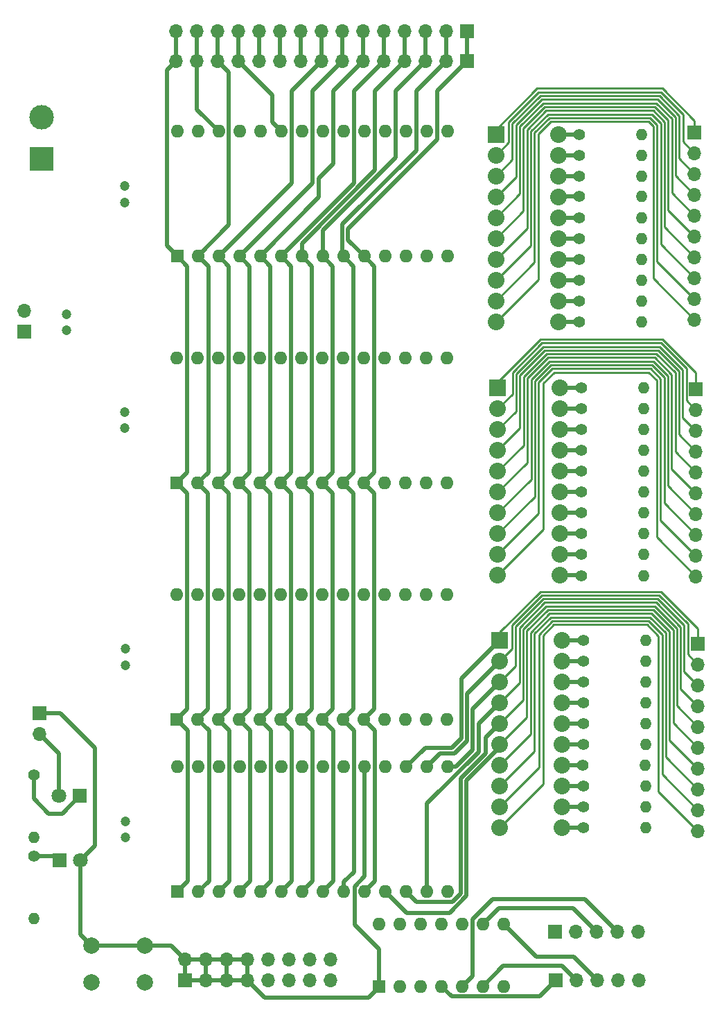
<source format=gbr>
%TF.GenerationSoftware,KiCad,Pcbnew,(5.1.9-0-10_14)*%
%TF.CreationDate,2021-05-08T14:56:37-04:00*%
%TF.ProjectId,CONTROL_LOGIC,434f4e54-524f-44c5-9f4c-4f4749432e6b,rev?*%
%TF.SameCoordinates,Original*%
%TF.FileFunction,Copper,L1,Top*%
%TF.FilePolarity,Positive*%
%FSLAX46Y46*%
G04 Gerber Fmt 4.6, Leading zero omitted, Abs format (unit mm)*
G04 Created by KiCad (PCBNEW (5.1.9-0-10_14)) date 2021-05-08 14:56:37*
%MOMM*%
%LPD*%
G01*
G04 APERTURE LIST*
%TA.AperFunction,ComponentPad*%
%ADD10O,1.400000X1.400000*%
%TD*%
%TA.AperFunction,ComponentPad*%
%ADD11C,1.400000*%
%TD*%
%TA.AperFunction,ComponentPad*%
%ADD12R,1.700000X1.700000*%
%TD*%
%TA.AperFunction,ComponentPad*%
%ADD13O,1.700000X1.700000*%
%TD*%
%TA.AperFunction,ComponentPad*%
%ADD14R,1.600000X1.600000*%
%TD*%
%TA.AperFunction,ComponentPad*%
%ADD15O,1.600000X1.600000*%
%TD*%
%TA.AperFunction,ComponentPad*%
%ADD16C,3.000000*%
%TD*%
%TA.AperFunction,ComponentPad*%
%ADD17R,3.000000X3.000000*%
%TD*%
%TA.AperFunction,ComponentPad*%
%ADD18R,1.800000X1.800000*%
%TD*%
%TA.AperFunction,ComponentPad*%
%ADD19C,1.800000*%
%TD*%
%TA.AperFunction,ComponentPad*%
%ADD20C,2.032000*%
%TD*%
%TA.AperFunction,ComponentPad*%
%ADD21R,2.032000X2.032000*%
%TD*%
%TA.AperFunction,ComponentPad*%
%ADD22C,2.000000*%
%TD*%
%TA.AperFunction,ComponentPad*%
%ADD23C,1.200000*%
%TD*%
%TA.AperFunction,Conductor*%
%ADD24C,0.250000*%
%TD*%
%TA.AperFunction,Conductor*%
%ADD25C,0.500000*%
%TD*%
G04 APERTURE END LIST*
D10*
%TO.P,R32,2*%
%TO.N,GND*%
X174166400Y-117374600D03*
D11*
%TO.P,R32,1*%
%TO.N,Net-(BAR3-Pad20)*%
X166546400Y-117374600D03*
%TD*%
D10*
%TO.P,R31,2*%
%TO.N,GND*%
X174166400Y-119954600D03*
D11*
%TO.P,R31,1*%
%TO.N,Net-(BAR3-Pad19)*%
X166546400Y-119954600D03*
%TD*%
D10*
%TO.P,R30,2*%
%TO.N,GND*%
X174166400Y-122494600D03*
D11*
%TO.P,R30,1*%
%TO.N,Net-(BAR3-Pad18)*%
X166546400Y-122494600D03*
%TD*%
D10*
%TO.P,R29,2*%
%TO.N,GND*%
X174166400Y-125014600D03*
D11*
%TO.P,R29,1*%
%TO.N,Net-(BAR3-Pad17)*%
X166546400Y-125014600D03*
%TD*%
D10*
%TO.P,R28,2*%
%TO.N,GND*%
X174156400Y-127564600D03*
D11*
%TO.P,R28,1*%
%TO.N,Net-(BAR3-Pad16)*%
X166536400Y-127564600D03*
%TD*%
D10*
%TO.P,R27,2*%
%TO.N,GND*%
X174156400Y-130104600D03*
D11*
%TO.P,R27,1*%
%TO.N,Net-(BAR3-Pad15)*%
X166536400Y-130104600D03*
%TD*%
D10*
%TO.P,R26,2*%
%TO.N,GND*%
X174146400Y-132594600D03*
D11*
%TO.P,R26,1*%
%TO.N,Net-(BAR3-Pad14)*%
X166526400Y-132594600D03*
%TD*%
D10*
%TO.P,R25,2*%
%TO.N,GND*%
X174156400Y-135154600D03*
D11*
%TO.P,R25,1*%
%TO.N,Net-(BAR3-Pad13)*%
X166536400Y-135154600D03*
%TD*%
D10*
%TO.P,R24,2*%
%TO.N,GND*%
X174156400Y-137694600D03*
D11*
%TO.P,R24,1*%
%TO.N,Net-(BAR3-Pad12)*%
X166536400Y-137694600D03*
%TD*%
D10*
%TO.P,R23,2*%
%TO.N,GND*%
X174166400Y-140214600D03*
D11*
%TO.P,R23,1*%
%TO.N,Net-(BAR3-Pad11)*%
X166546400Y-140214600D03*
%TD*%
D10*
%TO.P,R22,2*%
%TO.N,GND*%
X173916400Y-86594600D03*
D11*
%TO.P,R22,1*%
%TO.N,Net-(BAR2-Pad20)*%
X166296400Y-86594600D03*
%TD*%
D10*
%TO.P,R21,2*%
%TO.N,GND*%
X173916400Y-89124600D03*
D11*
%TO.P,R21,1*%
%TO.N,Net-(BAR2-Pad19)*%
X166296400Y-89124600D03*
%TD*%
D10*
%TO.P,R20,2*%
%TO.N,GND*%
X173916400Y-91674600D03*
D11*
%TO.P,R20,1*%
%TO.N,Net-(BAR2-Pad18)*%
X166296400Y-91674600D03*
%TD*%
D10*
%TO.P,R19,2*%
%TO.N,GND*%
X173916400Y-94204600D03*
D11*
%TO.P,R19,1*%
%TO.N,Net-(BAR2-Pad17)*%
X166296400Y-94204600D03*
%TD*%
D10*
%TO.P,R18,2*%
%TO.N,GND*%
X173916400Y-96754600D03*
D11*
%TO.P,R18,1*%
%TO.N,Net-(BAR2-Pad16)*%
X166296400Y-96754600D03*
%TD*%
D10*
%TO.P,R17,2*%
%TO.N,GND*%
X173906400Y-99294600D03*
D11*
%TO.P,R17,1*%
%TO.N,Net-(BAR2-Pad15)*%
X166286400Y-99294600D03*
%TD*%
D10*
%TO.P,R16,2*%
%TO.N,GND*%
X173916400Y-101824600D03*
D11*
%TO.P,R16,1*%
%TO.N,Net-(BAR2-Pad14)*%
X166296400Y-101824600D03*
%TD*%
D10*
%TO.P,R15,2*%
%TO.N,GND*%
X173916400Y-104374600D03*
D11*
%TO.P,R15,1*%
%TO.N,Net-(BAR2-Pad13)*%
X166296400Y-104374600D03*
%TD*%
D10*
%TO.P,R14,2*%
%TO.N,GND*%
X173916400Y-106914600D03*
D11*
%TO.P,R14,1*%
%TO.N,Net-(BAR2-Pad12)*%
X166296400Y-106914600D03*
%TD*%
D10*
%TO.P,R13,2*%
%TO.N,GND*%
X173926400Y-109464600D03*
D11*
%TO.P,R13,1*%
%TO.N,Net-(BAR2-Pad11)*%
X166306400Y-109464600D03*
%TD*%
D10*
%TO.P,R12,2*%
%TO.N,GND*%
X173696400Y-55624600D03*
D11*
%TO.P,R12,1*%
%TO.N,Net-(BAR1-Pad20)*%
X166076400Y-55624600D03*
%TD*%
D10*
%TO.P,R11,2*%
%TO.N,GND*%
X173696400Y-58174600D03*
D11*
%TO.P,R11,1*%
%TO.N,Net-(BAR1-Pad19)*%
X166076400Y-58174600D03*
%TD*%
D10*
%TO.P,R10,2*%
%TO.N,GND*%
X173696400Y-60704600D03*
D11*
%TO.P,R10,1*%
%TO.N,Net-(BAR1-Pad18)*%
X166076400Y-60704600D03*
%TD*%
D10*
%TO.P,R9,2*%
%TO.N,GND*%
X173696400Y-63224600D03*
D11*
%TO.P,R9,1*%
%TO.N,Net-(BAR1-Pad17)*%
X166076400Y-63224600D03*
%TD*%
D10*
%TO.P,R8,2*%
%TO.N,GND*%
X173696400Y-65784600D03*
D11*
%TO.P,R8,1*%
%TO.N,Net-(BAR1-Pad16)*%
X166076400Y-65784600D03*
%TD*%
D10*
%TO.P,R7,2*%
%TO.N,GND*%
X173696400Y-68324600D03*
D11*
%TO.P,R7,1*%
%TO.N,Net-(BAR1-Pad15)*%
X166076400Y-68324600D03*
%TD*%
D10*
%TO.P,R6,2*%
%TO.N,GND*%
X173706400Y-70864600D03*
D11*
%TO.P,R6,1*%
%TO.N,Net-(BAR1-Pad14)*%
X166086400Y-70864600D03*
%TD*%
D10*
%TO.P,R5,2*%
%TO.N,GND*%
X173706400Y-73414600D03*
D11*
%TO.P,R5,1*%
%TO.N,Net-(BAR1-Pad13)*%
X166086400Y-73414600D03*
%TD*%
D10*
%TO.P,R4,2*%
%TO.N,GND*%
X173716400Y-75944600D03*
D11*
%TO.P,R4,1*%
%TO.N,Net-(BAR1-Pad12)*%
X166096400Y-75944600D03*
%TD*%
D10*
%TO.P,R3,2*%
%TO.N,GND*%
X173716400Y-78484600D03*
D11*
%TO.P,R3,1*%
%TO.N,Net-(BAR1-Pad11)*%
X166096400Y-78484600D03*
%TD*%
D12*
%TO.P,J11,1*%
%TO.N,Net-(J11-Pad1)*%
X163186400Y-158904600D03*
D13*
%TO.P,J11,2*%
%TO.N,Net-(J11-Pad2)*%
X165726400Y-158904600D03*
%TO.P,J11,3*%
%TO.N,Net-(J11-Pad3)*%
X168266400Y-158904600D03*
%TO.P,J11,4*%
%TO.N,Net-(J11-Pad4)*%
X170806400Y-158904600D03*
%TO.P,J11,5*%
%TO.N,Net-(J11-Pad5)*%
X173346400Y-158904600D03*
%TD*%
D12*
%TO.P,J10,1*%
%TO.N,Net-(J10-Pad1)*%
X163136400Y-152944600D03*
D13*
%TO.P,J10,2*%
%TO.N,Net-(J10-Pad2)*%
X165676400Y-152944600D03*
%TO.P,J10,3*%
%TO.N,Net-(J10-Pad3)*%
X168216400Y-152944600D03*
%TO.P,J10,4*%
%TO.N,Net-(J10-Pad4)*%
X170756400Y-152944600D03*
%TO.P,J10,5*%
%TO.N,Net-(J10-Pad5)*%
X173296400Y-152944600D03*
%TD*%
D11*
%TO.P,R2,1*%
%TO.N,Net-(D2-Pad1)*%
X99466400Y-143704600D03*
D10*
%TO.P,R2,2*%
%TO.N,GND*%
X99466400Y-151324600D03*
%TD*%
D11*
%TO.P,R1,1*%
%TO.N,Net-(D1-Pad1)*%
X99446400Y-133814600D03*
D10*
%TO.P,R1,2*%
%TO.N,GND*%
X99446400Y-141434600D03*
%TD*%
D14*
%TO.P,U1,1*%
%TO.N,/D32*%
X141576400Y-159594600D03*
D15*
%TO.P,U1,8*%
%TO.N,Net-(J11-Pad3)*%
X156816400Y-151974600D03*
%TO.P,U1,2*%
%TO.N,Net-(J4-Pad10)*%
X144116400Y-159594600D03*
%TO.P,U1,9*%
%TO.N,Net-(J10-Pad3)*%
X154276400Y-151974600D03*
%TO.P,U1,3*%
%TO.N,Net-(J10-Pad5)*%
X146656400Y-159594600D03*
%TO.P,U1,10*%
%TO.N,Net-(J11-Pad4)*%
X151736400Y-151974600D03*
%TO.P,U1,4*%
%TO.N,Net-(J11-Pad1)*%
X149196400Y-159594600D03*
%TO.P,U1,11*%
%TO.N,Net-(J10-Pad2)*%
X149196400Y-151974600D03*
%TO.P,U1,5*%
%TO.N,Net-(J10-Pad4)*%
X151736400Y-159594600D03*
%TO.P,U1,12*%
%TO.N,Net-(J11-Pad5)*%
X146656400Y-151974600D03*
%TO.P,U1,6*%
%TO.N,Net-(J11-Pad2)*%
X154276400Y-159594600D03*
%TO.P,U1,13*%
%TO.N,Net-(J10-Pad1)*%
X144116400Y-151974600D03*
%TO.P,U1,7*%
%TO.N,GND*%
X156816400Y-159594600D03*
%TO.P,U1,14*%
%TO.N,VCC*%
X141576400Y-151974600D03*
%TD*%
D12*
%TO.P,J9,1*%
%TO.N,/D32*%
X100136400Y-126274600D03*
D13*
%TO.P,J9,2*%
%TO.N,/D31*%
X100136400Y-128814600D03*
%TD*%
D12*
%TO.P,J8,1*%
%TO.N,/D30*%
X180566400Y-117784600D03*
D13*
%TO.P,J8,2*%
%TO.N,/D29*%
X180566400Y-120324600D03*
%TO.P,J8,3*%
%TO.N,/D28*%
X180566400Y-122864600D03*
%TO.P,J8,4*%
%TO.N,/D27*%
X180566400Y-125404600D03*
%TO.P,J8,5*%
%TO.N,/D26*%
X180566400Y-127944600D03*
%TO.P,J8,6*%
%TO.N,/D25*%
X180566400Y-130484600D03*
%TO.P,J8,7*%
%TO.N,/D24*%
X180566400Y-133024600D03*
%TO.P,J8,8*%
%TO.N,/D23*%
X180566400Y-135564600D03*
%TO.P,J8,9*%
%TO.N,/D22*%
X180566400Y-138104600D03*
%TO.P,J8,10*%
%TO.N,/D21*%
X180566400Y-140644600D03*
%TD*%
D12*
%TO.P,J7,1*%
%TO.N,/D20*%
X180326400Y-86714600D03*
D13*
%TO.P,J7,2*%
%TO.N,/D19*%
X180326400Y-89254600D03*
%TO.P,J7,3*%
%TO.N,/D18*%
X180326400Y-91794600D03*
%TO.P,J7,4*%
%TO.N,/D17*%
X180326400Y-94334600D03*
%TO.P,J7,5*%
%TO.N,/D16*%
X180326400Y-96874600D03*
%TO.P,J7,6*%
%TO.N,/D15*%
X180326400Y-99414600D03*
%TO.P,J7,7*%
%TO.N,/D14*%
X180326400Y-101954600D03*
%TO.P,J7,8*%
%TO.N,/D13*%
X180326400Y-104494600D03*
%TO.P,J7,9*%
%TO.N,/D12*%
X180326400Y-107034600D03*
%TO.P,J7,10*%
%TO.N,/D11*%
X180326400Y-109574600D03*
%TD*%
%TO.P,J3,10*%
%TO.N,/D1*%
X180146400Y-78224600D03*
%TO.P,J3,9*%
%TO.N,/D2*%
X180146400Y-75684600D03*
%TO.P,J3,8*%
%TO.N,/D3*%
X180146400Y-73144600D03*
%TO.P,J3,7*%
%TO.N,/D4*%
X180146400Y-70604600D03*
%TO.P,J3,6*%
%TO.N,/D5*%
X180146400Y-68064600D03*
%TO.P,J3,5*%
%TO.N,/D6*%
X180146400Y-65524600D03*
%TO.P,J3,4*%
%TO.N,/D7*%
X180146400Y-62984600D03*
%TO.P,J3,3*%
%TO.N,/D8*%
X180146400Y-60444600D03*
%TO.P,J3,2*%
%TO.N,/D9*%
X180146400Y-57904600D03*
D12*
%TO.P,J3,1*%
%TO.N,/D10*%
X180146400Y-55364600D03*
%TD*%
%TO.P,J4,1*%
%TO.N,/D32*%
X117906400Y-158874600D03*
D13*
%TO.P,J4,2*%
X117906400Y-156334600D03*
%TO.P,J4,3*%
X120446400Y-158874600D03*
%TO.P,J4,4*%
X120446400Y-156334600D03*
%TO.P,J4,5*%
X122986400Y-158874600D03*
%TO.P,J4,6*%
X122986400Y-156334600D03*
%TO.P,J4,7*%
X125526400Y-158874600D03*
%TO.P,J4,8*%
X125526400Y-156334600D03*
%TO.P,J4,9*%
%TO.N,Net-(J4-Pad10)*%
X128066400Y-158874600D03*
%TO.P,J4,10*%
X128066400Y-156334600D03*
%TO.P,J4,11*%
X130606400Y-158874600D03*
%TO.P,J4,12*%
X130606400Y-156334600D03*
%TO.P,J4,13*%
X133146400Y-158874600D03*
%TO.P,J4,14*%
X133146400Y-156334600D03*
%TO.P,J4,15*%
X135686400Y-158874600D03*
%TO.P,J4,16*%
X135686400Y-156334600D03*
%TD*%
%TO.P,J6,15*%
%TO.N,/INST8*%
X116806400Y-43069600D03*
%TO.P,J6,14*%
%TO.N,/INST7*%
X119346400Y-43069600D03*
%TO.P,J6,13*%
%TO.N,/INST6*%
X121886400Y-43069600D03*
%TO.P,J6,12*%
%TO.N,/INST5*%
X124426400Y-43069600D03*
%TO.P,J6,11*%
%TO.N,/INST4*%
X126966400Y-43069600D03*
%TO.P,J6,10*%
%TO.N,/INST3*%
X129506400Y-43069600D03*
%TO.P,J6,9*%
%TO.N,/INST2*%
X132046400Y-43069600D03*
%TO.P,J6,8*%
%TO.N,/INST1*%
X134586400Y-43069600D03*
%TO.P,J6,7*%
%TO.N,/FLAG4*%
X137126400Y-43069600D03*
%TO.P,J6,6*%
%TO.N,/FLAG3*%
X139666400Y-43069600D03*
%TO.P,J6,5*%
%TO.N,/FLAG2*%
X142206400Y-43069600D03*
%TO.P,J6,4*%
%TO.N,/FLAG1*%
X144746400Y-43069600D03*
%TO.P,J6,3*%
%TO.N,/STEP3*%
X147286400Y-43069600D03*
%TO.P,J6,2*%
%TO.N,/STEP2*%
X149826400Y-43069600D03*
D12*
%TO.P,J6,1*%
%TO.N,/STEP1*%
X152366400Y-43069600D03*
%TD*%
D16*
%TO.P,J5,2*%
%TO.N,GND*%
X100401400Y-53509600D03*
D17*
%TO.P,J5,1*%
%TO.N,VCC*%
X100401400Y-58589600D03*
%TD*%
D18*
%TO.P,D2,1*%
%TO.N,Net-(D2-Pad1)*%
X102546400Y-144224600D03*
D19*
%TO.P,D2,2*%
%TO.N,/D32*%
X105086400Y-144224600D03*
%TD*%
D18*
%TO.P,D1,1*%
%TO.N,Net-(D1-Pad1)*%
X105046400Y-136384600D03*
D19*
%TO.P,D1,2*%
%TO.N,/D31*%
X102506400Y-136384600D03*
%TD*%
D20*
%TO.P,BAR3,20*%
%TO.N,Net-(BAR3-Pad20)*%
X163946400Y-117364600D03*
%TO.P,BAR3,19*%
%TO.N,Net-(BAR3-Pad19)*%
X163946400Y-119904600D03*
%TO.P,BAR3,18*%
%TO.N,Net-(BAR3-Pad18)*%
X163946400Y-122444600D03*
%TO.P,BAR3,17*%
%TO.N,Net-(BAR3-Pad17)*%
X163946400Y-124984600D03*
%TO.P,BAR3,9*%
%TO.N,/D22*%
X156326400Y-137684600D03*
%TO.P,BAR3,10*%
%TO.N,/D21*%
X156326400Y-140224600D03*
%TO.P,BAR3,11*%
%TO.N,Net-(BAR3-Pad11)*%
X163946400Y-140224600D03*
%TO.P,BAR3,12*%
%TO.N,Net-(BAR3-Pad12)*%
X163946400Y-137684600D03*
%TO.P,BAR3,8*%
%TO.N,/D23*%
X156326400Y-135144600D03*
%TO.P,BAR3,7*%
%TO.N,/D24*%
X156326400Y-132604600D03*
%TO.P,BAR3,6*%
%TO.N,/D25*%
X156326400Y-130064600D03*
%TO.P,BAR3,5*%
%TO.N,/D26*%
X156326400Y-127524600D03*
%TO.P,BAR3,16*%
%TO.N,Net-(BAR3-Pad16)*%
X163946400Y-127524600D03*
%TO.P,BAR3,15*%
%TO.N,Net-(BAR3-Pad15)*%
X163946400Y-130064600D03*
%TO.P,BAR3,14*%
%TO.N,Net-(BAR3-Pad14)*%
X163946400Y-132604600D03*
%TO.P,BAR3,13*%
%TO.N,Net-(BAR3-Pad13)*%
X163946400Y-135144600D03*
%TO.P,BAR3,4*%
%TO.N,/D27*%
X156326400Y-124984600D03*
%TO.P,BAR3,3*%
%TO.N,/D28*%
X156326400Y-122444600D03*
%TO.P,BAR3,2*%
%TO.N,/D29*%
X156326400Y-119904600D03*
D21*
%TO.P,BAR3,1*%
%TO.N,/D30*%
X156326400Y-117364600D03*
%TD*%
%TO.P,BAR2,1*%
%TO.N,/D20*%
X156086400Y-86594600D03*
D20*
%TO.P,BAR2,2*%
%TO.N,/D19*%
X156086400Y-89134600D03*
%TO.P,BAR2,3*%
%TO.N,/D18*%
X156086400Y-91674600D03*
%TO.P,BAR2,4*%
%TO.N,/D17*%
X156086400Y-94214600D03*
%TO.P,BAR2,13*%
%TO.N,Net-(BAR2-Pad13)*%
X163706400Y-104374600D03*
%TO.P,BAR2,14*%
%TO.N,Net-(BAR2-Pad14)*%
X163706400Y-101834600D03*
%TO.P,BAR2,15*%
%TO.N,Net-(BAR2-Pad15)*%
X163706400Y-99294600D03*
%TO.P,BAR2,16*%
%TO.N,Net-(BAR2-Pad16)*%
X163706400Y-96754600D03*
%TO.P,BAR2,5*%
%TO.N,/D16*%
X156086400Y-96754600D03*
%TO.P,BAR2,6*%
%TO.N,/D15*%
X156086400Y-99294600D03*
%TO.P,BAR2,7*%
%TO.N,/D14*%
X156086400Y-101834600D03*
%TO.P,BAR2,8*%
%TO.N,/D13*%
X156086400Y-104374600D03*
%TO.P,BAR2,12*%
%TO.N,Net-(BAR2-Pad12)*%
X163706400Y-106914600D03*
%TO.P,BAR2,11*%
%TO.N,Net-(BAR2-Pad11)*%
X163706400Y-109454600D03*
%TO.P,BAR2,10*%
%TO.N,/D11*%
X156086400Y-109454600D03*
%TO.P,BAR2,9*%
%TO.N,/D12*%
X156086400Y-106914600D03*
%TO.P,BAR2,17*%
%TO.N,Net-(BAR2-Pad17)*%
X163706400Y-94214600D03*
%TO.P,BAR2,18*%
%TO.N,Net-(BAR2-Pad18)*%
X163706400Y-91674600D03*
%TO.P,BAR2,19*%
%TO.N,Net-(BAR2-Pad19)*%
X163706400Y-89134600D03*
%TO.P,BAR2,20*%
%TO.N,Net-(BAR2-Pad20)*%
X163706400Y-86594600D03*
%TD*%
%TO.P,BAR1,20*%
%TO.N,Net-(BAR1-Pad20)*%
X163516400Y-55624600D03*
%TO.P,BAR1,19*%
%TO.N,Net-(BAR1-Pad19)*%
X163516400Y-58164600D03*
%TO.P,BAR1,18*%
%TO.N,Net-(BAR1-Pad18)*%
X163516400Y-60704600D03*
%TO.P,BAR1,17*%
%TO.N,Net-(BAR1-Pad17)*%
X163516400Y-63244600D03*
%TO.P,BAR1,9*%
%TO.N,/D2*%
X155896400Y-75944600D03*
%TO.P,BAR1,10*%
%TO.N,/D1*%
X155896400Y-78484600D03*
%TO.P,BAR1,11*%
%TO.N,Net-(BAR1-Pad11)*%
X163516400Y-78484600D03*
%TO.P,BAR1,12*%
%TO.N,Net-(BAR1-Pad12)*%
X163516400Y-75944600D03*
%TO.P,BAR1,8*%
%TO.N,/D3*%
X155896400Y-73404600D03*
%TO.P,BAR1,7*%
%TO.N,/D4*%
X155896400Y-70864600D03*
%TO.P,BAR1,6*%
%TO.N,/D5*%
X155896400Y-68324600D03*
%TO.P,BAR1,5*%
%TO.N,/D6*%
X155896400Y-65784600D03*
%TO.P,BAR1,16*%
%TO.N,Net-(BAR1-Pad16)*%
X163516400Y-65784600D03*
%TO.P,BAR1,15*%
%TO.N,Net-(BAR1-Pad15)*%
X163516400Y-68324600D03*
%TO.P,BAR1,14*%
%TO.N,Net-(BAR1-Pad14)*%
X163516400Y-70864600D03*
%TO.P,BAR1,13*%
%TO.N,Net-(BAR1-Pad13)*%
X163516400Y-73404600D03*
%TO.P,BAR1,4*%
%TO.N,/D7*%
X155896400Y-63244600D03*
%TO.P,BAR1,3*%
%TO.N,/D8*%
X155896400Y-60704600D03*
%TO.P,BAR1,2*%
%TO.N,/D9*%
X155896400Y-58164600D03*
D21*
%TO.P,BAR1,1*%
%TO.N,/D10*%
X155896400Y-55624600D03*
%TD*%
D22*
%TO.P,SW1,2*%
%TO.N,VCC*%
X106496400Y-159159600D03*
%TO.P,SW1,1*%
%TO.N,/D32*%
X106496400Y-154659600D03*
%TO.P,SW1,2*%
%TO.N,VCC*%
X112996400Y-159159600D03*
%TO.P,SW1,1*%
%TO.N,/D32*%
X112996400Y-154659600D03*
%TD*%
D13*
%TO.P,J2,15*%
%TO.N,/INST8*%
X116806400Y-46669600D03*
%TO.P,J2,14*%
%TO.N,/INST7*%
X119346400Y-46669600D03*
%TO.P,J2,13*%
%TO.N,/INST6*%
X121886400Y-46669600D03*
%TO.P,J2,12*%
%TO.N,/INST5*%
X124426400Y-46669600D03*
%TO.P,J2,11*%
%TO.N,/INST4*%
X126966400Y-46669600D03*
%TO.P,J2,10*%
%TO.N,/INST3*%
X129506400Y-46669600D03*
%TO.P,J2,9*%
%TO.N,/INST2*%
X132046400Y-46669600D03*
%TO.P,J2,8*%
%TO.N,/INST1*%
X134586400Y-46669600D03*
%TO.P,J2,7*%
%TO.N,/FLAG4*%
X137126400Y-46669600D03*
%TO.P,J2,6*%
%TO.N,/FLAG3*%
X139666400Y-46669600D03*
%TO.P,J2,5*%
%TO.N,/FLAG2*%
X142206400Y-46669600D03*
%TO.P,J2,4*%
%TO.N,/FLAG1*%
X144746400Y-46669600D03*
%TO.P,J2,3*%
%TO.N,/STEP3*%
X147286400Y-46669600D03*
%TO.P,J2,2*%
%TO.N,/STEP2*%
X149826400Y-46669600D03*
D12*
%TO.P,J2,1*%
%TO.N,/STEP1*%
X152366400Y-46669600D03*
%TD*%
%TO.P,J1,1*%
%TO.N,GND*%
X98231400Y-79669600D03*
D13*
%TO.P,J1,2*%
%TO.N,VCC*%
X98231400Y-77129600D03*
%TD*%
D14*
%TO.P,EEPROM4,1*%
%TO.N,/INST8*%
X116996400Y-148014600D03*
D15*
%TO.P,EEPROM4,15*%
%TO.N,/D28*%
X150016400Y-132774600D03*
%TO.P,EEPROM4,2*%
%TO.N,/INST6*%
X119536400Y-148014600D03*
%TO.P,EEPROM4,16*%
%TO.N,/D29*%
X147476400Y-132774600D03*
%TO.P,EEPROM4,3*%
%TO.N,/INST1*%
X122076400Y-148014600D03*
%TO.P,EEPROM4,17*%
%TO.N,/D30*%
X144936400Y-132774600D03*
%TO.P,EEPROM4,4*%
%TO.N,/FLAG4*%
X124616400Y-148014600D03*
%TO.P,EEPROM4,18*%
%TO.N,/D31*%
X142396400Y-132774600D03*
%TO.P,EEPROM4,5*%
%TO.N,/FLAG3*%
X127156400Y-148014600D03*
%TO.P,EEPROM4,19*%
%TO.N,/D32*%
X139856400Y-132774600D03*
%TO.P,EEPROM4,6*%
%TO.N,/FLAG2*%
X129696400Y-148014600D03*
%TO.P,EEPROM4,20*%
%TO.N,GND*%
X137316400Y-132774600D03*
%TO.P,EEPROM4,7*%
%TO.N,/FLAG1*%
X132236400Y-148014600D03*
%TO.P,EEPROM4,21*%
%TO.N,/INST4*%
X134776400Y-132774600D03*
%TO.P,EEPROM4,8*%
%TO.N,/STEP3*%
X134776400Y-148014600D03*
%TO.P,EEPROM4,22*%
%TO.N,GND*%
X132236400Y-132774600D03*
%TO.P,EEPROM4,9*%
%TO.N,/STEP2*%
X137316400Y-148014600D03*
%TO.P,EEPROM4,23*%
%TO.N,/INST5*%
X129696400Y-132774600D03*
%TO.P,EEPROM4,10*%
%TO.N,/STEP1*%
X139856400Y-148014600D03*
%TO.P,EEPROM4,24*%
%TO.N,/INST3*%
X127156400Y-132774600D03*
%TO.P,EEPROM4,11*%
%TO.N,/D25*%
X142396400Y-148014600D03*
%TO.P,EEPROM4,25*%
%TO.N,/INST2*%
X124616400Y-132774600D03*
%TO.P,EEPROM4,12*%
%TO.N,/D26*%
X144936400Y-148014600D03*
%TO.P,EEPROM4,26*%
%TO.N,/INST7*%
X122076400Y-132774600D03*
%TO.P,EEPROM4,13*%
%TO.N,/D27*%
X147476400Y-148014600D03*
%TO.P,EEPROM4,27*%
%TO.N,VCC*%
X119536400Y-132774600D03*
%TO.P,EEPROM4,14*%
%TO.N,GND*%
X150016400Y-148014600D03*
%TO.P,EEPROM4,28*%
%TO.N,VCC*%
X116996400Y-132774600D03*
%TD*%
D14*
%TO.P,EEPROM3,1*%
%TO.N,/INST8*%
X116900400Y-127014600D03*
D15*
%TO.P,EEPROM3,15*%
%TO.N,/D20*%
X149920400Y-111774600D03*
%TO.P,EEPROM3,2*%
%TO.N,/INST6*%
X119440400Y-127014600D03*
%TO.P,EEPROM3,16*%
%TO.N,/D21*%
X147380400Y-111774600D03*
%TO.P,EEPROM3,3*%
%TO.N,/INST1*%
X121980400Y-127014600D03*
%TO.P,EEPROM3,17*%
%TO.N,/D22*%
X144840400Y-111774600D03*
%TO.P,EEPROM3,4*%
%TO.N,/FLAG4*%
X124520400Y-127014600D03*
%TO.P,EEPROM3,18*%
%TO.N,/D23*%
X142300400Y-111774600D03*
%TO.P,EEPROM3,5*%
%TO.N,/FLAG3*%
X127060400Y-127014600D03*
%TO.P,EEPROM3,19*%
%TO.N,/D24*%
X139760400Y-111774600D03*
%TO.P,EEPROM3,6*%
%TO.N,/FLAG2*%
X129600400Y-127014600D03*
%TO.P,EEPROM3,20*%
%TO.N,GND*%
X137220400Y-111774600D03*
%TO.P,EEPROM3,7*%
%TO.N,/FLAG1*%
X132140400Y-127014600D03*
%TO.P,EEPROM3,21*%
%TO.N,/INST4*%
X134680400Y-111774600D03*
%TO.P,EEPROM3,8*%
%TO.N,/STEP3*%
X134680400Y-127014600D03*
%TO.P,EEPROM3,22*%
%TO.N,GND*%
X132140400Y-111774600D03*
%TO.P,EEPROM3,9*%
%TO.N,/STEP2*%
X137220400Y-127014600D03*
%TO.P,EEPROM3,23*%
%TO.N,/INST5*%
X129600400Y-111774600D03*
%TO.P,EEPROM3,10*%
%TO.N,/STEP1*%
X139760400Y-127014600D03*
%TO.P,EEPROM3,24*%
%TO.N,/INST3*%
X127060400Y-111774600D03*
%TO.P,EEPROM3,11*%
%TO.N,/D17*%
X142300400Y-127014600D03*
%TO.P,EEPROM3,25*%
%TO.N,/INST2*%
X124520400Y-111774600D03*
%TO.P,EEPROM3,12*%
%TO.N,/D18*%
X144840400Y-127014600D03*
%TO.P,EEPROM3,26*%
%TO.N,/INST7*%
X121980400Y-111774600D03*
%TO.P,EEPROM3,13*%
%TO.N,/D19*%
X147380400Y-127014600D03*
%TO.P,EEPROM3,27*%
%TO.N,VCC*%
X119440400Y-111774600D03*
%TO.P,EEPROM3,14*%
%TO.N,GND*%
X149920400Y-127014600D03*
%TO.P,EEPROM3,28*%
%TO.N,VCC*%
X116900400Y-111774600D03*
%TD*%
D14*
%TO.P,EEPROM2,1*%
%TO.N,/INST8*%
X116910400Y-98178600D03*
D15*
%TO.P,EEPROM2,15*%
%TO.N,/D12*%
X149930400Y-82938600D03*
%TO.P,EEPROM2,2*%
%TO.N,/INST6*%
X119450400Y-98178600D03*
%TO.P,EEPROM2,16*%
%TO.N,/D13*%
X147390400Y-82938600D03*
%TO.P,EEPROM2,3*%
%TO.N,/INST1*%
X121990400Y-98178600D03*
%TO.P,EEPROM2,17*%
%TO.N,/D14*%
X144850400Y-82938600D03*
%TO.P,EEPROM2,4*%
%TO.N,/FLAG4*%
X124530400Y-98178600D03*
%TO.P,EEPROM2,18*%
%TO.N,/D15*%
X142310400Y-82938600D03*
%TO.P,EEPROM2,5*%
%TO.N,/FLAG3*%
X127070400Y-98178600D03*
%TO.P,EEPROM2,19*%
%TO.N,/D16*%
X139770400Y-82938600D03*
%TO.P,EEPROM2,6*%
%TO.N,/FLAG2*%
X129610400Y-98178600D03*
%TO.P,EEPROM2,20*%
%TO.N,GND*%
X137230400Y-82938600D03*
%TO.P,EEPROM2,7*%
%TO.N,/FLAG1*%
X132150400Y-98178600D03*
%TO.P,EEPROM2,21*%
%TO.N,/INST4*%
X134690400Y-82938600D03*
%TO.P,EEPROM2,8*%
%TO.N,/STEP3*%
X134690400Y-98178600D03*
%TO.P,EEPROM2,22*%
%TO.N,GND*%
X132150400Y-82938600D03*
%TO.P,EEPROM2,9*%
%TO.N,/STEP2*%
X137230400Y-98178600D03*
%TO.P,EEPROM2,23*%
%TO.N,/INST5*%
X129610400Y-82938600D03*
%TO.P,EEPROM2,10*%
%TO.N,/STEP1*%
X139770400Y-98178600D03*
%TO.P,EEPROM2,24*%
%TO.N,/INST3*%
X127070400Y-82938600D03*
%TO.P,EEPROM2,11*%
%TO.N,/D9*%
X142310400Y-98178600D03*
%TO.P,EEPROM2,25*%
%TO.N,/INST2*%
X124530400Y-82938600D03*
%TO.P,EEPROM2,12*%
%TO.N,/D10*%
X144850400Y-98178600D03*
%TO.P,EEPROM2,26*%
%TO.N,/INST7*%
X121990400Y-82938600D03*
%TO.P,EEPROM2,13*%
%TO.N,/D11*%
X147390400Y-98178600D03*
%TO.P,EEPROM2,27*%
%TO.N,VCC*%
X119450400Y-82938600D03*
%TO.P,EEPROM2,14*%
%TO.N,GND*%
X149930400Y-98178600D03*
%TO.P,EEPROM2,28*%
%TO.N,VCC*%
X116910400Y-82938600D03*
%TD*%
%TO.P,EEPROM1,28*%
%TO.N,VCC*%
X116916400Y-55234600D03*
%TO.P,EEPROM1,14*%
%TO.N,GND*%
X149936400Y-70474600D03*
%TO.P,EEPROM1,27*%
%TO.N,VCC*%
X119456400Y-55234600D03*
%TO.P,EEPROM1,13*%
%TO.N,/D3*%
X147396400Y-70474600D03*
%TO.P,EEPROM1,26*%
%TO.N,/INST7*%
X121996400Y-55234600D03*
%TO.P,EEPROM1,12*%
%TO.N,/D2*%
X144856400Y-70474600D03*
%TO.P,EEPROM1,25*%
%TO.N,/INST2*%
X124536400Y-55234600D03*
%TO.P,EEPROM1,11*%
%TO.N,/D1*%
X142316400Y-70474600D03*
%TO.P,EEPROM1,24*%
%TO.N,/INST3*%
X127076400Y-55234600D03*
%TO.P,EEPROM1,10*%
%TO.N,/STEP1*%
X139776400Y-70474600D03*
%TO.P,EEPROM1,23*%
%TO.N,/INST5*%
X129616400Y-55234600D03*
%TO.P,EEPROM1,9*%
%TO.N,/STEP2*%
X137236400Y-70474600D03*
%TO.P,EEPROM1,22*%
%TO.N,GND*%
X132156400Y-55234600D03*
%TO.P,EEPROM1,8*%
%TO.N,/STEP3*%
X134696400Y-70474600D03*
%TO.P,EEPROM1,21*%
%TO.N,/INST4*%
X134696400Y-55234600D03*
%TO.P,EEPROM1,7*%
%TO.N,/FLAG1*%
X132156400Y-70474600D03*
%TO.P,EEPROM1,20*%
%TO.N,GND*%
X137236400Y-55234600D03*
%TO.P,EEPROM1,6*%
%TO.N,/FLAG2*%
X129616400Y-70474600D03*
%TO.P,EEPROM1,19*%
%TO.N,/D8*%
X139776400Y-55234600D03*
%TO.P,EEPROM1,5*%
%TO.N,/FLAG3*%
X127076400Y-70474600D03*
%TO.P,EEPROM1,18*%
%TO.N,/D7*%
X142316400Y-55234600D03*
%TO.P,EEPROM1,4*%
%TO.N,/FLAG4*%
X124536400Y-70474600D03*
%TO.P,EEPROM1,17*%
%TO.N,/D6*%
X144856400Y-55234600D03*
%TO.P,EEPROM1,3*%
%TO.N,/INST1*%
X121996400Y-70474600D03*
%TO.P,EEPROM1,16*%
%TO.N,/D5*%
X147396400Y-55234600D03*
%TO.P,EEPROM1,2*%
%TO.N,/INST6*%
X119456400Y-70474600D03*
%TO.P,EEPROM1,15*%
%TO.N,/D4*%
X149936400Y-55234600D03*
D14*
%TO.P,EEPROM1,1*%
%TO.N,/INST8*%
X116916400Y-70474600D03*
%TD*%
D23*
%TO.P,C5,1*%
%TO.N,VCC*%
X110566400Y-118434600D03*
%TO.P,C5,2*%
%TO.N,GND*%
X110566400Y-120434600D03*
%TD*%
%TO.P,C4,1*%
%TO.N,VCC*%
X110571400Y-139464600D03*
%TO.P,C4,2*%
%TO.N,GND*%
X110571400Y-141464600D03*
%TD*%
%TO.P,C3,2*%
%TO.N,GND*%
X110491400Y-63924600D03*
%TO.P,C3,1*%
%TO.N,VCC*%
X110491400Y-61924600D03*
%TD*%
%TO.P,C2,1*%
%TO.N,VCC*%
X110506400Y-89509600D03*
%TO.P,C2,2*%
%TO.N,GND*%
X110506400Y-91509600D03*
%TD*%
%TO.P,C1,1*%
%TO.N,VCC*%
X103406400Y-77544600D03*
%TO.P,C1,2*%
%TO.N,GND*%
X103406400Y-79544600D03*
%TD*%
D24*
%TO.N,/D5*%
X155896400Y-68324600D02*
X159236444Y-64984556D01*
X175284405Y-52264655D02*
X176926356Y-53906606D01*
X159236444Y-54866606D02*
X161838395Y-52264655D01*
X159236444Y-64984556D02*
X159236444Y-54866606D01*
X161838395Y-52264655D02*
X175284405Y-52264655D01*
X176926356Y-53906606D02*
X176926356Y-64844556D01*
X176926356Y-64844556D02*
X180146400Y-68064600D01*
%TO.N,/D4*%
X162024794Y-52714666D02*
X175098006Y-52714666D01*
X176476345Y-66934545D02*
X180146400Y-70604600D01*
X159686455Y-55053005D02*
X162024794Y-52714666D01*
X175098006Y-52714666D02*
X176476345Y-54093005D01*
X155896400Y-70864600D02*
X159686455Y-67074545D01*
X159686455Y-67074545D02*
X159686455Y-55053005D01*
X176476345Y-54093005D02*
X176476345Y-66934545D01*
%TO.N,/D3*%
X176026334Y-69024534D02*
X180146400Y-73144600D01*
X160136466Y-55239404D02*
X162211193Y-53164677D01*
X155896400Y-73404600D02*
X160136466Y-69164534D01*
X160136466Y-69164534D02*
X160136466Y-55239404D01*
X162211193Y-53164677D02*
X174911607Y-53164677D01*
X176026334Y-54279404D02*
X176026334Y-69024534D01*
X174911607Y-53164677D02*
X176026334Y-54279404D01*
%TO.N,/D2*%
X160586477Y-55425803D02*
X162397592Y-53614688D01*
X175576323Y-71114523D02*
X180146400Y-75684600D01*
X155896400Y-75944600D02*
X160586477Y-71254523D01*
X160586477Y-71254523D02*
X160586477Y-55425803D01*
X162397592Y-53614688D02*
X174725208Y-53614688D01*
X174725208Y-53614688D02*
X175576323Y-54465803D01*
X175576323Y-54465803D02*
X175576323Y-71114523D01*
%TO.N,/D1*%
X175126312Y-73204512D02*
X180146400Y-78224600D01*
X161036488Y-73344512D02*
X161036488Y-55612202D01*
X161036488Y-55612202D02*
X162583991Y-54064699D01*
X175126312Y-54652202D02*
X175126312Y-73204512D01*
X155896400Y-78484600D02*
X161036488Y-73344512D01*
X162583991Y-54064699D02*
X174538809Y-54064699D01*
X174538809Y-54064699D02*
X175126312Y-54652202D01*
%TO.N,/D8*%
X178276389Y-53347409D02*
X178276389Y-58574589D01*
X157886411Y-54307409D02*
X161279198Y-50914622D01*
X161279198Y-50914622D02*
X175843602Y-50914622D01*
X157886411Y-58714589D02*
X157886411Y-54307409D01*
X175843602Y-50914622D02*
X178276389Y-53347409D01*
X178276389Y-58574589D02*
X180146400Y-60444600D01*
X155896400Y-60704600D02*
X157886411Y-58714589D01*
%TO.N,/D7*%
X155896400Y-63244600D02*
X158336422Y-60804578D01*
X177826378Y-60664578D02*
X180146400Y-62984600D01*
X161465597Y-51364633D02*
X175657203Y-51364633D01*
X177826378Y-53533808D02*
X177826378Y-60664578D01*
X158336422Y-60804578D02*
X158336422Y-54493808D01*
X158336422Y-54493808D02*
X161465597Y-51364633D01*
X175657203Y-51364633D02*
X177826378Y-53533808D01*
%TO.N,/D6*%
X175470804Y-51814644D02*
X177376367Y-53720207D01*
X177376367Y-62754567D02*
X180146400Y-65524600D01*
X177376367Y-53720207D02*
X177376367Y-62754567D01*
X158786433Y-62894567D02*
X158786433Y-54680207D01*
X161651996Y-51814644D02*
X175470804Y-51814644D01*
X155896400Y-65784600D02*
X158786433Y-62894567D01*
X158786433Y-54680207D02*
X161651996Y-51814644D01*
%TO.N,/D13*%
X156086400Y-104374600D02*
X160646389Y-99814611D01*
X160646389Y-85739481D02*
X162611193Y-83774677D01*
X162611193Y-83774677D02*
X174931607Y-83774677D01*
X174931607Y-83774677D02*
X176446422Y-85289492D01*
X176446422Y-100614622D02*
X180326400Y-104494600D01*
X176446422Y-85289492D02*
X176446422Y-100614622D01*
X160646389Y-99814611D02*
X160646389Y-85739481D01*
%TO.N,/D12*%
X161096400Y-101904600D02*
X161096400Y-85925880D01*
X175996411Y-85475891D02*
X175996411Y-102704611D01*
X174745208Y-84224688D02*
X175996411Y-85475891D01*
X161096400Y-85925880D02*
X162797592Y-84224688D01*
X162797592Y-84224688D02*
X174745208Y-84224688D01*
X156086400Y-106914600D02*
X161096400Y-101904600D01*
X175996411Y-102704611D02*
X180326400Y-107034600D01*
%TO.N,/D11*%
X156086400Y-109454600D02*
X161686400Y-103854600D01*
X175546400Y-104794600D02*
X180326400Y-109574600D01*
X161686400Y-103854600D02*
X161686400Y-85972290D01*
X174558809Y-84674699D02*
X175546400Y-85662290D01*
X175546400Y-85662290D02*
X175546400Y-104794600D01*
X161686400Y-85972290D02*
X162983991Y-84674699D01*
X162983991Y-84674699D02*
X174558809Y-84674699D01*
%TO.N,/D10*%
X155896400Y-55624600D02*
X155896400Y-55574600D01*
X180146400Y-53944600D02*
X180146400Y-55364600D01*
X176216400Y-50014600D02*
X180146400Y-53944600D01*
X155896400Y-55024600D02*
X160906400Y-50014600D01*
X155896400Y-55624600D02*
X155896400Y-55024600D01*
X160906400Y-50014600D02*
X176216400Y-50014600D01*
%TO.N,/D9*%
X176030001Y-50464611D02*
X178726400Y-53161010D01*
X157436400Y-54121010D02*
X161092799Y-50464611D01*
X157436400Y-56624600D02*
X157436400Y-54121010D01*
X161092799Y-50464611D02*
X176030001Y-50464611D01*
X155896400Y-58164600D02*
X157436400Y-56624600D01*
X178726400Y-53161010D02*
X178726400Y-56484600D01*
X178726400Y-56484600D02*
X180146400Y-57904600D01*
%TO.N,/D16*%
X159256367Y-85220273D02*
X162051996Y-82424644D01*
X177796455Y-84730295D02*
X177796455Y-94344655D01*
X177796455Y-94344655D02*
X180326400Y-96874600D01*
X156086400Y-96754600D02*
X159256367Y-93584633D01*
X162051996Y-82424644D02*
X175490804Y-82424644D01*
X175490804Y-82424644D02*
X177796455Y-84730295D01*
X159256367Y-93584633D02*
X159256367Y-85220273D01*
%TO.N,/D15*%
X156086400Y-99294600D02*
X159706378Y-95674622D01*
X159706378Y-95674622D02*
X159706378Y-85406672D01*
X175304405Y-82874655D02*
X177346444Y-84916694D01*
X177346444Y-96434644D02*
X180326400Y-99414600D01*
X159706378Y-85406672D02*
X162238395Y-82874655D01*
X162238395Y-82874655D02*
X175304405Y-82874655D01*
X177346444Y-84916694D02*
X177346444Y-96434644D01*
%TO.N,/D14*%
X160196378Y-85553082D02*
X162424794Y-83324666D01*
X160196378Y-97724622D02*
X160196378Y-85553082D01*
X162424794Y-83324666D02*
X175118006Y-83324666D01*
X175118006Y-83324666D02*
X176896433Y-85103093D01*
X176896433Y-85103093D02*
X176896433Y-98524633D01*
X176896433Y-98524633D02*
X180326400Y-101954600D01*
X156086400Y-101834600D02*
X160196378Y-97724622D01*
%TO.N,/D21*%
X162963991Y-115464699D02*
X174348809Y-115464699D01*
X175736400Y-116852290D02*
X175736400Y-135814600D01*
X174348809Y-115464699D02*
X175736400Y-116852290D01*
X161616400Y-116812290D02*
X162963991Y-115464699D01*
X175736400Y-135814600D02*
X180566400Y-140644600D01*
X161616400Y-134934600D02*
X161616400Y-116812290D01*
X156326400Y-140224600D02*
X161616400Y-134934600D01*
%TO.N,/D20*%
X180326400Y-84714600D02*
X180326400Y-86714600D01*
X161306400Y-80624600D02*
X176236400Y-80624600D01*
X156086400Y-85844600D02*
X161306400Y-80624600D01*
X156086400Y-86594600D02*
X156086400Y-85844600D01*
X176236400Y-80624600D02*
X180326400Y-84714600D01*
%TO.N,/D19*%
X156086400Y-89134600D02*
X157906334Y-87314666D01*
X157906334Y-84661076D02*
X161492799Y-81074611D01*
X157906334Y-87314666D02*
X157906334Y-84661076D01*
X179146488Y-84171098D02*
X179146488Y-88074688D01*
X176050001Y-81074611D02*
X179146488Y-84171098D01*
X179146488Y-88074688D02*
X180326400Y-89254600D01*
X161492799Y-81074611D02*
X176050001Y-81074611D01*
%TO.N,/D18*%
X175863602Y-81524622D02*
X178696477Y-84357497D01*
X158356345Y-89404655D02*
X158356345Y-84847475D01*
X158356345Y-84847475D02*
X161679198Y-81524622D01*
X161679198Y-81524622D02*
X175863602Y-81524622D01*
X178696477Y-84357497D02*
X178696477Y-90164677D01*
X178696477Y-90164677D02*
X180326400Y-91794600D01*
X156086400Y-91674600D02*
X158356345Y-89404655D01*
%TO.N,/D17*%
X156086400Y-94214600D02*
X158806356Y-91494644D01*
X178246466Y-84543896D02*
X178246466Y-92254666D01*
X178246466Y-92254666D02*
X180326400Y-94334600D01*
X158806356Y-85033874D02*
X161865597Y-81974633D01*
X158806356Y-91494644D02*
X158806356Y-85033874D01*
X161865597Y-81974633D02*
X175677203Y-81974633D01*
X175677203Y-81974633D02*
X178246466Y-84543896D01*
%TO.N,/D23*%
X160586380Y-116569490D02*
X162591193Y-114564677D01*
X156326400Y-135144600D02*
X160586380Y-130884620D01*
X176636422Y-116479492D02*
X176636422Y-131634622D01*
X176636422Y-131634622D02*
X180566400Y-135564600D01*
X160586380Y-130884620D02*
X160586380Y-116569490D01*
X162591193Y-114564677D02*
X174721607Y-114564677D01*
X174721607Y-114564677D02*
X176636422Y-116479492D01*
%TO.N,/D22*%
X176186411Y-133724611D02*
X180566400Y-138104600D01*
X176186411Y-116665891D02*
X176186411Y-133724611D01*
X161126389Y-116665891D02*
X162777592Y-115014688D01*
X174535208Y-115014688D02*
X176186411Y-116665891D01*
X156326400Y-137684600D02*
X161126389Y-132884611D01*
X161126389Y-132884611D02*
X161126389Y-116665891D01*
X162777592Y-115014688D02*
X174535208Y-115014688D01*
%TO.N,/D24*%
X156326400Y-132604600D02*
X160096378Y-128834622D01*
X160096378Y-128834622D02*
X160096378Y-116423082D01*
X174908006Y-114114666D02*
X177086433Y-116293093D01*
X177086433Y-116293093D02*
X177086433Y-129544633D01*
X162404794Y-114114666D02*
X174908006Y-114114666D01*
X177086433Y-129544633D02*
X180566400Y-133024600D01*
X160096378Y-116423082D02*
X162404794Y-114114666D01*
D25*
%TO.N,/INST7*%
X119346400Y-46669600D02*
X119346400Y-43069600D01*
X119346400Y-52584600D02*
X121996400Y-55234600D01*
X119346400Y-46669600D02*
X119346400Y-52584600D01*
%TO.N,/STEP1*%
X152366400Y-43069600D02*
X152366400Y-46669600D01*
X148686399Y-56284601D02*
X137816400Y-67154600D01*
X137816400Y-67154600D02*
X137816400Y-68514600D01*
X148686399Y-50349601D02*
X148686399Y-56284601D01*
X152366400Y-46669600D02*
X148686399Y-50349601D01*
X137816400Y-68514600D02*
X139776400Y-70474600D01*
X141020401Y-96928599D02*
X139770400Y-98178600D01*
X141020401Y-71718601D02*
X141020401Y-96928599D01*
X139776400Y-70474600D02*
X141020401Y-71718601D01*
X141106401Y-128360601D02*
X141106401Y-146764599D01*
X141106401Y-146764599D02*
X139856400Y-148014600D01*
X139760400Y-127014600D02*
X141106401Y-128360601D01*
X141020401Y-125754599D02*
X141010401Y-125764599D01*
X141020401Y-99428601D02*
X141020401Y-125754599D01*
X141010401Y-125764599D02*
X139760400Y-127014600D01*
X139770400Y-98178600D02*
X141020401Y-99428601D01*
%TO.N,/INST2*%
X132046400Y-43069600D02*
X132046400Y-46669600D01*
%TO.N,/STEP2*%
X149826400Y-46669600D02*
X149826400Y-43069600D01*
X137236400Y-70474600D02*
X137116389Y-70354589D01*
X137116389Y-70354589D02*
X137116389Y-66594611D01*
X146146399Y-50349601D02*
X149826400Y-46669600D01*
X146146399Y-57564601D02*
X146146399Y-50349601D01*
X137116389Y-66594611D02*
X146146399Y-57564601D01*
X138480401Y-96928599D02*
X137230400Y-98178600D01*
X138480401Y-71718601D02*
X138480401Y-96928599D01*
X137236400Y-70474600D02*
X138480401Y-71718601D01*
X138470401Y-125764599D02*
X137220400Y-127014600D01*
X138480401Y-99428601D02*
X138480401Y-117934599D01*
X137230400Y-98178600D02*
X138480401Y-99428601D01*
X138470401Y-117944599D02*
X138480401Y-117934599D01*
X138470401Y-125764599D02*
X138470401Y-117944599D01*
X138566401Y-128360601D02*
X138566401Y-145633229D01*
X137316400Y-146883230D02*
X137316400Y-148014600D01*
X137220400Y-127014600D02*
X138566401Y-128360601D01*
X138566401Y-145633229D02*
X137316400Y-146883230D01*
%TO.N,/INST3*%
X129506400Y-46669600D02*
X129506400Y-43069600D01*
%TO.N,/STEP3*%
X147286400Y-43069600D02*
X147286400Y-46669600D01*
X143606399Y-50349601D02*
X143606399Y-58464529D01*
X143606399Y-58464529D02*
X134696400Y-67374528D01*
X147286400Y-46669600D02*
X143606399Y-50349601D01*
X134696400Y-67374528D02*
X134696400Y-70474600D01*
X135940401Y-96928599D02*
X134690400Y-98178600D01*
X135940401Y-71718601D02*
X135940401Y-96928599D01*
X134696400Y-70474600D02*
X135940401Y-71718601D01*
X136026401Y-128360601D02*
X134680400Y-127014600D01*
X136026401Y-146764599D02*
X136026401Y-128360601D01*
X134776400Y-148014600D02*
X136026401Y-146764599D01*
X135940401Y-99428601D02*
X135940401Y-125754599D01*
X135930401Y-125764599D02*
X134680400Y-127014600D01*
X135940401Y-125754599D02*
X135930401Y-125764599D01*
X134690400Y-98178600D02*
X135940401Y-99428601D01*
%TO.N,/INST5*%
X124426400Y-46669600D02*
X124426400Y-43069600D01*
X124426400Y-46669600D02*
X128546400Y-50789600D01*
X128546400Y-54164600D02*
X129616400Y-55234600D01*
X128546400Y-50789600D02*
X128546400Y-54164600D01*
%TO.N,/FLAG1*%
X144746400Y-46669600D02*
X144746400Y-43069600D01*
X141066399Y-60014565D02*
X141066399Y-50349601D01*
X141066399Y-50349601D02*
X144746400Y-46669600D01*
X132156400Y-70474600D02*
X132156400Y-68924564D01*
X132156400Y-68924564D02*
X141066399Y-60014565D01*
X133400401Y-96928599D02*
X132150400Y-98178600D01*
X133400401Y-71718601D02*
X133400401Y-96928599D01*
X132156400Y-70474600D02*
X133400401Y-71718601D01*
X133390401Y-125764599D02*
X132140400Y-127014600D01*
X133400401Y-99428601D02*
X133400401Y-117934599D01*
X132150400Y-98178600D02*
X133400401Y-99428601D01*
X133486401Y-128360601D02*
X133486401Y-146764599D01*
X133486401Y-146764599D02*
X132236400Y-148014600D01*
X132140400Y-127014600D02*
X133486401Y-128360601D01*
X133390401Y-117944599D02*
X133400401Y-117934599D01*
X133390401Y-125764599D02*
X133390401Y-117944599D01*
%TO.N,/FLAG2*%
X142206400Y-43069600D02*
X142206400Y-46669600D01*
X134956389Y-65134611D02*
X129616400Y-70474600D01*
X138526399Y-61564601D02*
X134956389Y-65134611D01*
X138526399Y-50349601D02*
X138526399Y-61564601D01*
X142206400Y-46669600D02*
X138526399Y-50349601D01*
X130860401Y-96928599D02*
X129610400Y-98178600D01*
X130860401Y-71718601D02*
X130860401Y-96928599D01*
X129616400Y-70474600D02*
X130860401Y-71718601D01*
X130946401Y-146764599D02*
X129696400Y-148014600D01*
X130946401Y-128360601D02*
X130946401Y-146764599D01*
X129600400Y-127014600D02*
X130946401Y-128360601D01*
X130850401Y-125764599D02*
X129600400Y-127014600D01*
X130860401Y-99428601D02*
X130860401Y-125754599D01*
X130860401Y-125754599D02*
X130850401Y-125764599D01*
X129610400Y-98178600D02*
X130860401Y-99428601D01*
%TO.N,/INST4*%
X126966400Y-43069600D02*
X126966400Y-46669600D01*
%TO.N,/FLAG3*%
X139666400Y-46669600D02*
X139666400Y-43069600D01*
X134256378Y-63294622D02*
X134256378Y-60984694D01*
X127076400Y-70474600D02*
X134256378Y-63294622D01*
X134256378Y-60984694D02*
X135986399Y-59254673D01*
X135986399Y-50349601D02*
X139666400Y-46669600D01*
X135986399Y-59254673D02*
X135986399Y-50349601D01*
X128320401Y-96928599D02*
X127070400Y-98178600D01*
X128320401Y-71718601D02*
X128320401Y-96928599D01*
X127076400Y-70474600D02*
X128320401Y-71718601D01*
X128310401Y-125764599D02*
X127060400Y-127014600D01*
X128320401Y-99428601D02*
X128320401Y-117934599D01*
X127070400Y-98178600D02*
X128320401Y-99428601D01*
X128406401Y-146764599D02*
X127156400Y-148014600D01*
X128406401Y-128360601D02*
X128406401Y-146764599D01*
X127060400Y-127014600D02*
X128406401Y-128360601D01*
X128310401Y-117944599D02*
X128320401Y-117934599D01*
X128310401Y-125764599D02*
X128310401Y-117944599D01*
%TO.N,/FLAG4*%
X137126400Y-43069600D02*
X137126400Y-46669600D01*
X133446399Y-61564601D02*
X124536400Y-70474600D01*
X133446399Y-50349601D02*
X133446399Y-61564601D01*
X137126400Y-46669600D02*
X133446399Y-50349601D01*
X125780401Y-71718601D02*
X125780401Y-96928599D01*
X125780401Y-96928599D02*
X124530400Y-98178600D01*
X124536400Y-70474600D02*
X125780401Y-71718601D01*
X125866401Y-146764599D02*
X124616400Y-148014600D01*
X125866401Y-128360601D02*
X125866401Y-146764599D01*
X124520400Y-127014600D02*
X125866401Y-128360601D01*
X125780401Y-125754599D02*
X125770401Y-125764599D01*
X125770401Y-125764599D02*
X124520400Y-127014600D01*
X125780401Y-99428601D02*
X125780401Y-125754599D01*
X124530400Y-98178600D02*
X125780401Y-99428601D01*
%TO.N,/INST1*%
X134586400Y-46669600D02*
X134586400Y-43069600D01*
X130906399Y-61564601D02*
X121996400Y-70474600D01*
X130906399Y-50349601D02*
X130906399Y-61564601D01*
X134586400Y-46669600D02*
X130906399Y-50349601D01*
X123240401Y-71718601D02*
X123240401Y-96928599D01*
X123240401Y-96928599D02*
X121990400Y-98178600D01*
X121996400Y-70474600D02*
X123240401Y-71718601D01*
X123230401Y-125764599D02*
X121980400Y-127014600D01*
X123240401Y-99428601D02*
X123240401Y-117934599D01*
X121990400Y-98178600D02*
X123240401Y-99428601D01*
X123326401Y-128360601D02*
X123326401Y-146764599D01*
X123326401Y-146764599D02*
X122076400Y-148014600D01*
X121980400Y-127014600D02*
X123326401Y-128360601D01*
X123230401Y-117944599D02*
X123240401Y-117934599D01*
X123230401Y-125764599D02*
X123230401Y-117944599D01*
%TO.N,/INST6*%
X121886400Y-43069600D02*
X121886400Y-46669600D01*
X123246401Y-66684599D02*
X119456400Y-70474600D01*
X123246401Y-48029601D02*
X123246401Y-66684599D01*
X121886400Y-46669600D02*
X123246401Y-48029601D01*
X120740399Y-96888601D02*
X119450400Y-98178600D01*
X120740399Y-71758599D02*
X120740399Y-96888601D01*
X119456400Y-70474600D02*
X120740399Y-71758599D01*
X120826399Y-146724601D02*
X119536400Y-148014600D01*
X120826399Y-128400599D02*
X120826399Y-146724601D01*
X119440400Y-127014600D02*
X120826399Y-128400599D01*
X120690401Y-125764599D02*
X119440400Y-127014600D01*
X120700401Y-125754599D02*
X120690401Y-125764599D01*
X120700401Y-99428601D02*
X120700401Y-125754599D01*
X119450400Y-98178600D02*
X120700401Y-99428601D01*
%TO.N,/INST8*%
X116806400Y-43069600D02*
X116806400Y-46669600D01*
X115660399Y-69218599D02*
X116916400Y-70474600D01*
X115660399Y-47815601D02*
X115660399Y-69218599D01*
X116806400Y-46669600D02*
X115660399Y-47815601D01*
X118160401Y-96928599D02*
X116910400Y-98178600D01*
X118160401Y-71718601D02*
X118160401Y-96928599D01*
X116916400Y-70474600D02*
X118160401Y-71718601D01*
X118150401Y-125764599D02*
X116900400Y-127014600D01*
X118150401Y-99418601D02*
X118150401Y-125764599D01*
X116910400Y-98178600D02*
X118150401Y-99418601D01*
X118246401Y-128360601D02*
X116900400Y-127014600D01*
X118246401Y-146764599D02*
X118246401Y-128360601D01*
X116996400Y-148014600D02*
X118246401Y-146764599D01*
%TO.N,Net-(D1-Pad1)*%
X99446400Y-133814600D02*
X99446400Y-136724600D01*
X99446400Y-136724600D02*
X101246400Y-138524600D01*
X102906400Y-138524600D02*
X105046400Y-136384600D01*
X101246400Y-138524600D02*
X102906400Y-138524600D01*
%TO.N,Net-(D2-Pad1)*%
X102026400Y-143704600D02*
X102546400Y-144224600D01*
X99466400Y-143704600D02*
X102026400Y-143704600D01*
D24*
%TO.N,/D25*%
X159646367Y-116236683D02*
X162218395Y-113664655D01*
X162218395Y-113664655D02*
X175094405Y-113664655D01*
X156326400Y-130064600D02*
X159646367Y-126744633D01*
X159646367Y-126744633D02*
X159646367Y-116236683D01*
X177536444Y-127454644D02*
X180566400Y-130484600D01*
X175094405Y-113664655D02*
X177536444Y-116106694D01*
X177536444Y-116106694D02*
X177536444Y-127454644D01*
D25*
X156326400Y-130434918D02*
X156326400Y-130064600D01*
X150216400Y-150624600D02*
X152266400Y-148574600D01*
X152266400Y-148574600D02*
X152266400Y-134494918D01*
X145006400Y-150624600D02*
X150216400Y-150624600D01*
X152266400Y-134494918D02*
X156326400Y-130434918D01*
X142396400Y-148014600D02*
X145006400Y-150624600D01*
D24*
%TO.N,/D26*%
X159196356Y-116050284D02*
X162031996Y-113214644D01*
X177986455Y-125364655D02*
X180566400Y-127944600D01*
X156326400Y-127524600D02*
X159196356Y-124654644D01*
X162031996Y-113214644D02*
X175280804Y-113214644D01*
X175280804Y-113214644D02*
X177986455Y-115920295D01*
X177986455Y-115920295D02*
X177986455Y-125364655D01*
X159196356Y-124654644D02*
X159196356Y-116050284D01*
D25*
X146186401Y-149264601D02*
X144936400Y-148014600D01*
X156326400Y-127524600D02*
X154616446Y-129234554D01*
X154616446Y-129234554D02*
X154616446Y-131154908D01*
X150586435Y-149264601D02*
X146186401Y-149264601D01*
X154616446Y-131154908D02*
X151546400Y-134224954D01*
X151546400Y-148304636D02*
X150586435Y-149264601D01*
X151546400Y-134224954D02*
X151546400Y-148304636D01*
D24*
%TO.N,/D27*%
X156326400Y-124984600D02*
X158746345Y-122564655D01*
X161845597Y-112764633D02*
X175467203Y-112764633D01*
X158746345Y-115863885D02*
X161845597Y-112764633D01*
X175467203Y-112764633D02*
X178436466Y-115733896D01*
X178436466Y-115733896D02*
X178436466Y-123274666D01*
X158746345Y-122564655D02*
X158746345Y-115863885D01*
X178436466Y-123274666D02*
X180566400Y-125404600D01*
D25*
X147476400Y-148014600D02*
X147476400Y-137304988D01*
X147476400Y-137304988D02*
X153746390Y-131034998D01*
X153746390Y-131034998D02*
X153746390Y-127564610D01*
X153746390Y-127564610D02*
X156326400Y-124984600D01*
D24*
%TO.N,/D28*%
X156326400Y-122444600D02*
X158296334Y-120474666D01*
X161659198Y-112314622D02*
X175653602Y-112314622D01*
X178886477Y-115547497D02*
X178886477Y-121184677D01*
X175653602Y-112314622D02*
X178886477Y-115547497D01*
X178886477Y-121184677D02*
X180566400Y-122864600D01*
X158296334Y-115677486D02*
X161659198Y-112314622D01*
X158296334Y-120474666D02*
X158296334Y-115677486D01*
D25*
X153046379Y-130745044D02*
X153046379Y-125724621D01*
X151016823Y-132774600D02*
X153046379Y-130745044D01*
X150016400Y-132774600D02*
X151016823Y-132774600D01*
X153046379Y-125724621D02*
X156326400Y-122444600D01*
D24*
%TO.N,/D29*%
X157846323Y-115491087D02*
X161472799Y-111864611D01*
X179336488Y-115361098D02*
X179336488Y-119094688D01*
X157846323Y-118384677D02*
X157846323Y-115491087D01*
X156326400Y-119904600D02*
X157846323Y-118384677D01*
X161472799Y-111864611D02*
X175840001Y-111864611D01*
X175840001Y-111864611D02*
X179336488Y-115361098D01*
X179336488Y-119094688D02*
X180566400Y-120324600D01*
D25*
X147476400Y-132774600D02*
X149076389Y-131174611D01*
X149076389Y-131174611D02*
X150806425Y-131174611D01*
X150806425Y-131174611D02*
X152346368Y-129634668D01*
X152346368Y-129634668D02*
X152346368Y-123884632D01*
X152346368Y-123884632D02*
X156326400Y-119904600D01*
D24*
%TO.N,/D30*%
X156326400Y-116374600D02*
X161286400Y-111414600D01*
X156326400Y-117364600D02*
X156326400Y-116374600D01*
X176026400Y-111414600D02*
X180566400Y-115954600D01*
X180566400Y-115954600D02*
X180566400Y-117784600D01*
X161286400Y-111414600D02*
X176026400Y-111414600D01*
D25*
X151646357Y-129344715D02*
X150516472Y-130474600D01*
X147236400Y-130474600D02*
X144936400Y-132774600D01*
X156326400Y-117364600D02*
X151646357Y-122044643D01*
X151646357Y-122044643D02*
X151646357Y-129344715D01*
X150516472Y-130474600D02*
X147236400Y-130474600D01*
%TO.N,/D31*%
X102506400Y-131184600D02*
X102506400Y-136384600D01*
X100136400Y-128814600D02*
X102506400Y-131184600D01*
%TO.N,/D32*%
X138606399Y-147414599D02*
X138606399Y-152074599D01*
X139856400Y-146164598D02*
X138606399Y-147414599D01*
X139856400Y-132774600D02*
X139856400Y-146164598D01*
X141576400Y-155044600D02*
X141576400Y-159594600D01*
X138606399Y-152074599D02*
X141576400Y-155044600D01*
X141576400Y-159594600D02*
X141576400Y-159724600D01*
X141576400Y-159724600D02*
X140326400Y-160974600D01*
X127626400Y-160974600D02*
X125526400Y-158874600D01*
X140326400Y-160974600D02*
X127626400Y-160974600D01*
X117906400Y-156334600D02*
X125526400Y-156334600D01*
X125526400Y-158874600D02*
X117906400Y-158874600D01*
X117906400Y-156334600D02*
X117906400Y-158874600D01*
X120446400Y-156334600D02*
X120446400Y-158874600D01*
X122986400Y-158874600D02*
X122986400Y-156334600D01*
X125526400Y-156334600D02*
X125526400Y-158874600D01*
X106496400Y-154659600D02*
X112996400Y-154659600D01*
X116231400Y-154659600D02*
X117906400Y-156334600D01*
X112996400Y-154659600D02*
X116231400Y-154659600D01*
X100136400Y-126274600D02*
X102636400Y-126274600D01*
X102636400Y-126274600D02*
X106896400Y-130534600D01*
X106896400Y-130534600D02*
X106896400Y-142414600D01*
X105086400Y-153249600D02*
X106496400Y-154659600D01*
X105086400Y-144224600D02*
X105086400Y-153249600D01*
X106896400Y-142414600D02*
X105086400Y-144224600D01*
%TO.N,Net-(BAR1-Pad20)*%
X163516400Y-55624600D02*
X166076400Y-55624600D01*
%TO.N,Net-(BAR1-Pad19)*%
X163526400Y-58174600D02*
X163516400Y-58164600D01*
X166076400Y-58174600D02*
X163526400Y-58174600D01*
%TO.N,Net-(BAR1-Pad18)*%
X163516400Y-60704600D02*
X166076400Y-60704600D01*
%TO.N,Net-(BAR1-Pad17)*%
X163536400Y-63224600D02*
X163516400Y-63244600D01*
X166076400Y-63224600D02*
X163536400Y-63224600D01*
%TO.N,Net-(BAR1-Pad11)*%
X166096400Y-78484600D02*
X163516400Y-78484600D01*
%TO.N,Net-(BAR1-Pad12)*%
X163516400Y-75944600D02*
X166096400Y-75944600D01*
%TO.N,Net-(BAR1-Pad16)*%
X163516400Y-65784600D02*
X166076400Y-65784600D01*
%TO.N,Net-(BAR1-Pad15)*%
X166076400Y-68324600D02*
X163516400Y-68324600D01*
%TO.N,Net-(BAR1-Pad14)*%
X163516400Y-70864600D02*
X166086400Y-70864600D01*
%TO.N,Net-(BAR1-Pad13)*%
X163526400Y-73414600D02*
X163516400Y-73404600D01*
X166086400Y-73414600D02*
X163526400Y-73414600D01*
%TO.N,Net-(BAR2-Pad20)*%
X166296400Y-86594600D02*
X163706400Y-86594600D01*
%TO.N,Net-(BAR2-Pad19)*%
X166286400Y-89134600D02*
X166296400Y-89124600D01*
X163706400Y-89134600D02*
X166286400Y-89134600D01*
%TO.N,Net-(BAR2-Pad18)*%
X166296400Y-91674600D02*
X163706400Y-91674600D01*
%TO.N,Net-(BAR2-Pad17)*%
X166286400Y-94214600D02*
X166296400Y-94204600D01*
X163706400Y-94214600D02*
X166286400Y-94214600D01*
%TO.N,Net-(BAR2-Pad11)*%
X166296400Y-109454600D02*
X166306400Y-109464600D01*
X163706400Y-109454600D02*
X166296400Y-109454600D01*
%TO.N,Net-(BAR2-Pad12)*%
X166296400Y-106914600D02*
X163706400Y-106914600D01*
%TO.N,Net-(BAR2-Pad16)*%
X166296400Y-96754600D02*
X163706400Y-96754600D01*
%TO.N,Net-(BAR2-Pad15)*%
X163706400Y-99294600D02*
X166286400Y-99294600D01*
%TO.N,Net-(BAR2-Pad14)*%
X163716400Y-101824600D02*
X163706400Y-101834600D01*
X166296400Y-101824600D02*
X163716400Y-101824600D01*
%TO.N,Net-(BAR2-Pad13)*%
X163706400Y-104374600D02*
X166296400Y-104374600D01*
%TO.N,Net-(BAR3-Pad20)*%
X166536400Y-117364600D02*
X166546400Y-117374600D01*
X163946400Y-117364600D02*
X166536400Y-117364600D01*
%TO.N,Net-(BAR3-Pad19)*%
X163996400Y-119954600D02*
X163946400Y-119904600D01*
X166546400Y-119954600D02*
X163996400Y-119954600D01*
%TO.N,Net-(BAR3-Pad18)*%
X166496400Y-122444600D02*
X166546400Y-122494600D01*
X163946400Y-122444600D02*
X166496400Y-122444600D01*
%TO.N,Net-(BAR3-Pad17)*%
X163976400Y-125014600D02*
X163946400Y-124984600D01*
X166546400Y-125014600D02*
X163976400Y-125014600D01*
%TO.N,Net-(BAR3-Pad11)*%
X166536400Y-140224600D02*
X166546400Y-140214600D01*
X163946400Y-140224600D02*
X166536400Y-140224600D01*
%TO.N,Net-(BAR3-Pad12)*%
X163956400Y-137694600D02*
X163946400Y-137684600D01*
X166536400Y-137694600D02*
X163956400Y-137694600D01*
%TO.N,Net-(BAR3-Pad16)*%
X166496400Y-127524600D02*
X166536400Y-127564600D01*
X163946400Y-127524600D02*
X166496400Y-127524600D01*
%TO.N,Net-(BAR3-Pad15)*%
X166496400Y-130064600D02*
X166536400Y-130104600D01*
X163946400Y-130064600D02*
X166496400Y-130064600D01*
%TO.N,Net-(BAR3-Pad14)*%
X163956400Y-132594600D02*
X163946400Y-132604600D01*
X166526400Y-132594600D02*
X163956400Y-132594600D01*
%TO.N,Net-(BAR3-Pad13)*%
X166526400Y-135144600D02*
X166536400Y-135154600D01*
X163946400Y-135144600D02*
X166526400Y-135144600D01*
%TO.N,Net-(J10-Pad4)*%
X152986401Y-151414597D02*
X155466398Y-148934600D01*
X152986401Y-158344599D02*
X152986401Y-151414597D01*
X151736400Y-159594600D02*
X152986401Y-158344599D01*
X166746400Y-148934600D02*
X170756400Y-152944600D01*
X155466398Y-148934600D02*
X166746400Y-148934600D01*
%TO.N,Net-(J10-Pad3)*%
X165306400Y-150034600D02*
X168216400Y-152944600D01*
X156216400Y-150034600D02*
X165306400Y-150034600D01*
X154276400Y-151974600D02*
X156216400Y-150034600D01*
%TO.N,Net-(J11-Pad3)*%
X156816400Y-151974600D02*
X160836400Y-155994600D01*
X165356400Y-155994600D02*
X168266400Y-158904600D01*
X160836400Y-155994600D02*
X165356400Y-155994600D01*
%TO.N,Net-(J11-Pad2)*%
X154276400Y-159594600D02*
X156746400Y-157124600D01*
X163946400Y-157124600D02*
X165726400Y-158904600D01*
X156746400Y-157124600D02*
X163946400Y-157124600D01*
%TO.N,Net-(J11-Pad1)*%
X150446401Y-160844601D02*
X161246399Y-160844601D01*
X161246399Y-160844601D02*
X163186400Y-158904600D01*
X149196400Y-159594600D02*
X150446401Y-160844601D01*
%TD*%
M02*

</source>
